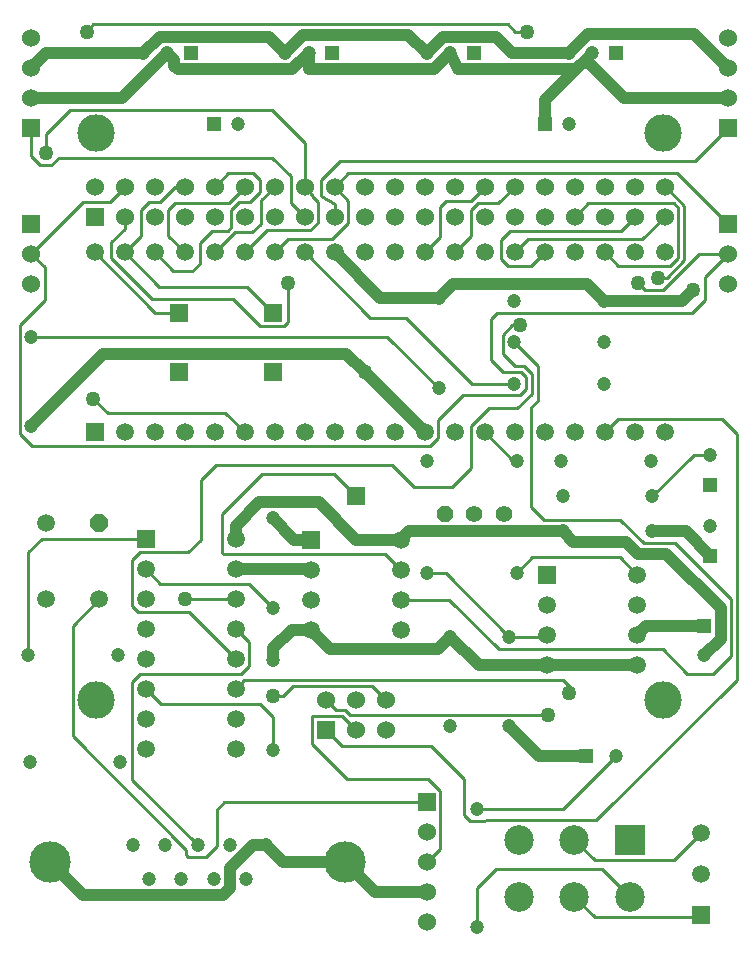
<source format=gbl>
*
%LPD*%
%LNsal.gbl*%
%FSLAX24Y24*%
%MOIN*%
%AD*%
%AMD18*
4,1,8,-0.0295,-0.0122,-0.0122,-0.0295,0.0122,-0.0295,0.0295,-0.0122,0.0295,0.0122,0.0122,0.0295,-0.0122,0.0295,-0.0295,0.0122,-0.0295,-0.0122,0*
%
%AMD21*
4,1,8,-0.0115,0.0276,-0.0276,0.0115,-0.0276,-0.0115,-0.0115,-0.0276,0.0115,-0.0276,0.0276,-0.0115,0.0276,0.0115,0.0115,0.0276,-0.0115,0.0276,0*
%
%ADD10C,0.01*%
%ADD11C,0.03937*%
%ADD12R,0.059055X0.059055*%
%ADD13C,0.047244*%
%ADD14C,0.06*%
%ADD15R,0.06X0.06*%
%ADD16R,0.047244X0.047244*%
%ADD17C,0.059055*%
%ADD18D18*%
%ADD19R,0.059055X0.059055*%
%ADD20C,0.059055*%
%ADD21D21*%
%ADD22C,0.055118*%
%ADD23C,0.137795*%
%ADD24C,0.098425*%
%ADD25R,0.098425X0.098425*%
%ADD26R,0.047244X0.047244*%
%ADD27R,0.059055X0.059055*%
%ADD28R,0.06X0.06*%
%ADD29C,0.125*%
%ADD30C,0.05*%
G54D10*
%SRX1Y1I0.0J0.0*%
G1X492Y9448D2*
G1X492Y12897D1*
G1X937Y13342D1*
G1X4405Y13342D1*
G1X4223Y12887D2*
G1X5833Y12887D1*
G1X6243Y13297D1*
G1X6243Y15297D1*
G1X6743Y15797D1*
G1X12623Y15797D1*
G1X13343Y15078D1*
G1X14633Y15078D1*
G1X15254Y15697D1*
G1X15254Y17087D1*
G1X15859Y17693D1*
G1X16796Y17693D1*
G1X17279Y18176D1*
G1X17279Y18834D1*
G1X17023Y19090D1*
G1X16723Y19090D1*
G1X16304Y19510D1*
G1X16304Y20147D1*
G1X16623Y20467D1*
G1X16893Y20467D1*
G1X16923Y18890D2*
G1X17079Y18734D1*
G1X17079Y18317D1*
G1X16879Y18117D1*
G1X14974Y18117D1*
G1X14154Y17297D1*
G1X14154Y16697D1*
G1X13883Y16428D1*
G1X623Y16428D1*
G1X204Y16847D1*
G1X204Y20467D1*
G1X1043Y21307D1*
G1X1043Y22381D1*
G1X590Y22834D1*
G1X2322Y24566D1*
G1X3204Y24566D1*
G1X3704Y25067D1*
G1X3704Y24067D2*
G1X3704Y23678D1*
G1X3254Y23228D1*
G1X3254Y22697D1*
G1X4633Y21317D1*
G1X7319Y21317D1*
G1X8216Y20420D1*
G1X9017Y20420D1*
G1X9153Y20557D1*
G1X9153Y21850D1*
G1X8661Y20866D2*
G1X7790Y21737D1*
G1X4849Y21737D1*
G1X3704Y22881D1*
G1X4254Y23431D1*
G1X4254Y24297D1*
G1X4523Y24567D1*
G1X4884Y24567D1*
G1X5383Y25067D1*
G1X5704Y25067D1*
G1X5400Y24533D2*
G1X7171Y24533D1*
G1X7704Y25067D1*
G1X7155Y25517D2*
G1X7993Y25517D1*
G1X8213Y25297D1*
G1X8213Y24897D1*
G1X7891Y24575D1*
G1X7531Y24575D1*
G1X7254Y24297D1*
G1X7254Y23717D1*
G1X7143Y23607D1*
G1X6623Y23607D1*
G1X6204Y23187D1*
G1X6204Y22497D1*
G1X5963Y22257D1*
G1X5329Y22257D1*
G1X4704Y22881D1*
G1X5704Y22881D2*
G1X5163Y23423D1*
G1X5163Y24297D1*
G1X5400Y24533D1*
G1X6704Y22881D2*
G1X7380Y23557D1*
G1X7963Y23557D1*
G1X8254Y23847D1*
G1X8254Y24616D1*
G1X8704Y25067D1*
G1X8439Y23617D2*
G1X9891Y23617D1*
G1X10154Y23880D1*
G1X10154Y24563D1*
G1X9962Y24755D1*
G1X9962Y24809D1*
G1X9704Y25067D1*
G1X9704Y26528D1*
G1X8604Y27628D1*
G1X1893Y27628D1*
G1X1082Y26817D1*
G1X1082Y26181D1*
G1X1513Y26047D2*
G1X8623Y26047D1*
G1X9254Y25417D1*
G1X9254Y24518D1*
G1X9704Y24067D1*
G1X9704Y22881D2*
G1X11899Y20687D1*
G1X13093Y20687D1*
G1X15277Y18504D1*
G1X16693Y18504D1*
G1X16319Y18890D2*
G1X16923Y18890D1*
G1X17479Y19095D2*
G1X17479Y17943D1*
G1X17254Y17717D1*
G1X17254Y14397D1*
G1X17673Y13978D1*
G1X20223Y13978D1*
G1X21013Y13187D1*
G1X22063Y13187D1*
G1X23923Y11328D1*
G1X23923Y9447D1*
G1X23323Y8847D1*
G1X22463Y8847D1*
G1X21654Y9657D1*
G1X16178Y9657D1*
G1X14525Y11311D1*
G1X12917Y11311D1*
G1X13779Y12204D2*
G1X14409Y12204D1*
G1X16535Y10078D1*
G1X17740Y10078D1*
G1X17791Y10130D1*
G1X18336Y8630D2*
G1X18624Y8343D1*
G1X18624Y8289D1*
G1X18534Y8199D1*
G1X18336Y8630D2*
G1X7693Y8630D1*
G1X7405Y8342D1*
G1X7593Y8837D2*
G1X7854Y9097D1*
G1X7854Y9894D1*
G1X7405Y10342D1*
G1X7405Y9342D2*
G1X5860Y10887D1*
G1X4163Y10887D1*
G1X3954Y11097D1*
G1X3954Y12617D1*
G1X4223Y12887D1*
G1X4405Y12342D2*
G1X4900Y11847D1*
G1X7837Y11847D1*
G1X8661Y11023D1*
G1X6993Y12847D2*
G1X12380Y12847D1*
G1X12917Y12311D1*
G1X11417Y14763D2*
G1X10673Y15507D1*
G1X8293Y15507D1*
G1X6954Y14167D1*
G1X6954Y12887D1*
G1X6993Y12847D1*
G1X7405Y11342D2*
G1X5713Y11342D1*
G1X4223Y8837D2*
G1X7593Y8837D1*
G1X8223Y7837D2*
G1X8661Y7400D1*
G1X8661Y6299D1*
G1X9963Y6487D2*
G1X9963Y7430D1*
G1X10967Y7430D1*
G1X11417Y6980D1*
G1X11220Y7478D2*
G1X17815Y7478D1*
G1X20078Y6102D2*
G1X18307Y4330D1*
G1X15452Y4330D1*
G1X15023Y4137D2*
G1X15023Y5328D1*
G1X13913Y6437D1*
G1X10960Y6437D1*
G1X10417Y6980D1*
G1X10417Y7980D2*
G1X10767Y7630D1*
G1X11067Y7630D1*
G1X11220Y7478D1*
G1X12417Y7980D2*
G1X11967Y8430D1*
G1X9306Y8430D1*
G1X8975Y8099D1*
G1X8661Y8099D1*
G1X8223Y7837D2*
G1X4910Y7837D1*
G1X4405Y8342D1*
G1X4223Y8837D2*
G1X3954Y8567D1*
G1X3954Y5306D1*
G1X6141Y3118D1*
G1X5754Y2978D2*
G1X5754Y2809D1*
G1X5831Y2731D1*
G1X6423Y2731D1*
G1X6773Y3081D1*
G1X6773Y4297D1*
G1X7035Y4559D1*
G1X13779Y4559D1*
G1X13823Y5347D2*
G1X14233Y4937D1*
G1X14233Y3013D1*
G1X13779Y2559D1*
G1X15452Y1697D2*
G1X16093Y2337D1*
G1X19625Y2337D1*
G1X20551Y1411D1*
G1X19384Y728D2*
G1X22873Y728D1*
G1X22933Y787D1*
G1X22017Y2628D2*
G1X22933Y3543D1*
G1X22017Y2628D2*
G1X19386Y2628D1*
G1X18700Y3313D1*
G1X19433Y3957D2*
G1X24123Y8647D1*
G1X24123Y16828D1*
G1X23623Y17328D1*
G1X20150Y17328D1*
G1X19704Y16881D1*
G1X21299Y14763D2*
G1X22677Y16141D1*
G1X23228Y16141D1*
G1X20791Y12130D2*
G1X20204Y12717D1*
G1X17284Y12717D1*
G1X16771Y12204D1*
G1X16771Y15944D2*
G1X16641Y15944D1*
G1X15704Y16881D1*
G1X17479Y19095D2*
G1X16693Y19881D1*
G1X16112Y20866D2*
G1X22622Y20866D1*
G1X23054Y21297D1*
G1X23054Y22069D1*
G1X23819Y22834D1*
G1X22869Y22834D1*
G1X21662Y21628D1*
G1X21063Y21628D1*
G1X20833Y21857D1*
G1X21473Y22028D2*
G1X21776Y22028D1*
G1X22363Y22615D1*
G1X22363Y24440D1*
G1X21873Y24930D1*
G1X21704Y24930D1*
G1X21704Y25067D1*
G1X21704Y24067D2*
G1X20965Y23328D1*
G1X17150Y23328D1*
G1X16704Y22881D1*
G1X16254Y22657D2*
G1X16254Y23297D1*
G1X16563Y23607D1*
G1X20245Y23607D1*
G1X20704Y24067D1*
G1X22163Y22697D2*
G1X22163Y24357D1*
G1X22004Y24517D1*
G1X19154Y24517D1*
G1X18704Y24067D1*
G1X19704Y22881D2*
G1X20150Y22436D1*
G1X21902Y22436D1*
G1X22163Y22697D1*
G1X23819Y23834D2*
G1X22136Y25517D1*
G1X11154Y25517D1*
G1X10704Y25067D1*
G1X11163Y24608D1*
G1X11163Y23867D1*
G1X10624Y23328D1*
G1X9150Y23328D1*
G1X8704Y22881D1*
G1X8439Y23617D2*
G1X7704Y22881D1*
G1X5511Y20866D2*
G1X4720Y20866D1*
G1X2704Y22881D1*
G1X590Y20078D2*
G1X11122Y20078D1*
G1X12154Y20078D1*
G1X12154Y20078D1*
G1X12461Y20078D1*
G1X14173Y18366D1*
G1X15911Y19297D2*
G1X15911Y20665D1*
G1X16112Y20866D1*
G1X15911Y19297D2*
G1X16319Y18890D1*
G1X17259Y22436D2*
G1X17704Y22881D1*
G1X17259Y22436D2*
G1X16474Y22436D1*
G1X16254Y22657D1*
G1X16155Y24517D2*
G1X16704Y25067D1*
G1X15704Y25067D2*
G1X15245Y24607D1*
G1X14423Y24607D1*
G1X14204Y24387D1*
G1X14204Y23381D1*
G1X13704Y22881D1*
G1X14704Y22881D2*
G1X15254Y23431D1*
G1X15254Y24297D1*
G1X15473Y24517D1*
G1X16155Y24517D1*
G1X10893Y25937D2*
G1X22713Y25937D1*
G1X23819Y27043D1*
G1X17126Y30247D2*
G1X16723Y30247D1*
G1X16483Y30487D1*
G1X2657Y30487D1*
G1X2460Y30216D1*
G1X590Y27043D2*
G1X590Y26082D1*
G1X890Y25782D1*
G1X1248Y25782D1*
G1X1513Y26047D1*
G1X6704Y25067D2*
G1X7155Y25517D1*
G1X10254Y25297D2*
G1X10893Y25937D1*
G1X10704Y24497D2*
G1X10254Y24778D1*
G1X10254Y25297D1*
G1X10704Y24497D2*
G1X10704Y24067D1*
G1X7059Y17528D2*
G1X7704Y16881D1*
G1X7059Y17528D2*
G1X3141Y17528D1*
G1X2657Y18011D1*
G1X2854Y11319D2*
G1X1973Y10438D1*
G1X1973Y6757D1*
G1X5754Y2978D1*
G1X9963Y6487D2*
G1X11104Y5347D1*
G1X13823Y5347D1*
G1X15023Y4137D2*
G1X15223Y3937D1*
G1X16204Y3957D1*
G1X19433Y3957D1*
G1X18700Y1411D2*
G1X19384Y728D1*
G1X15452Y1697D2*
G1X15452Y393D1*
G1X1220Y2559D2*
G54D11*
G1X2313Y1467D1*
G1X6983Y1467D1*
G1X7214Y1697D1*
G1X7214Y2349D1*
G1X7982Y3118D1*
G1X8417Y3118D1*
G1X8976Y2559D1*
G1X11063Y2559D1*
G1X12063Y1559D1*
G1X13779Y1559D1*
G1X19094Y6102D2*
G1X17519Y6102D1*
G1X16535Y7086D1*
G1X17791Y9130D2*
G1X20791Y9130D1*
G1X23031Y9448D2*
G1X23573Y9991D1*
G1X23573Y11017D1*
G1X21754Y12837D1*
G1X20813Y12837D1*
G1X20423Y13228D1*
G1X18662Y13228D1*
G1X18307Y13582D1*
G1X13189Y13582D1*
G1X12917Y13311D1*
G1X11430Y13311D1*
G1X10183Y14557D1*
G1X8193Y14557D1*
G1X7405Y13769D1*
G1X7405Y13342D1*
G1X7405Y12342D2*
G1X9885Y12342D1*
G1X9917Y12311D1*
G1X9917Y13311D2*
G1X9366Y13311D1*
G1X8661Y14015D1*
G1X8661Y9697D2*
G1X9274Y10311D1*
G1X9917Y10311D1*
G1X10550Y9678D1*
G1X14166Y9678D1*
G1X14567Y10078D1*
G1X15515Y9130D1*
G1X17791Y9130D1*
G1X20791Y10130D2*
G1X21094Y10433D1*
G1X23031Y10433D1*
G1X23228Y12779D2*
G1X22425Y13582D1*
G1X21299Y13582D1*
G1X22282Y21259D2*
G1X22654Y21631D1*
G1X22282Y21259D2*
G1X19685Y21259D1*
G1X19107Y21837D1*
G1X14652Y21837D1*
G1X14173Y21358D1*
G1X12228Y21358D1*
G1X10704Y22881D1*
G1X11089Y19497D2*
G1X11704Y18881D1*
G1X13704Y16881D1*
G1X11704Y18881D1*
G1X11089Y19497D2*
G1X3001Y19497D1*
G1X590Y17086D1*
G1X8661Y9697D2*
G1X8661Y9291D1*
G1X17716Y27165D2*
G1X17716Y27952D1*
G1X18751Y28987D1*
G1X19076Y29312D1*
G1X19291Y29527D1*
G1X19076Y29312D1*
G1X20345Y28043D1*
G1X23819Y28043D1*
G1X23819Y29043D2*
G1X22694Y30167D1*
G1X19144Y30167D1*
G1X18504Y29527D1*
G1X16633Y29527D1*
G1X16093Y30067D1*
G1X14319Y30067D1*
G1X13779Y29527D1*
G1X13169Y30137D1*
G1X9665Y30137D1*
G1X9055Y29527D1*
G1X8515Y30067D1*
G1X4870Y30067D1*
G1X4330Y29527D1*
G1X1074Y29527D1*
G1X590Y29043D1*
G1X590Y28043D2*
G1X3633Y28043D1*
G1X5118Y29527D1*
G1X5363Y29282D1*
G1X5363Y29097D1*
G1X5473Y28987D1*
G1X9302Y28987D1*
G1X9842Y29527D1*
G1X9842Y29009D1*
G1X9865Y28987D1*
G1X14027Y28987D1*
G1X14567Y29527D1*
G1X14823Y28987D1*
G1X18751Y28987D1*
G54D12*
G1X9917Y13311D3*
G1X11417Y14763D3*
G1X8661Y18897D3*
G1X8661Y20866D3*
G1X5511Y20866D3*
G1X5511Y18897D3*
G54D13*
G1X551Y5905D3*
G1X3543Y5905D3*
G1X3484Y9448D3*
G1X492Y9448D3*
G1X3984Y3118D3*
G1X5063Y3118D3*
G1X4523Y2000D3*
G1X5602Y2000D3*
G1X6141Y3118D3*
G1X7220Y3118D3*
G1X7759Y2000D3*
G1X6681Y2000D3*
G1X8417Y3118D3*
G1X8661Y6299D3*
G1X8661Y9291D3*
G1X8661Y11023D3*
G1X8661Y14015D3*
G1X13779Y12204D3*
G1X14567Y10078D3*
G1X16535Y10078D3*
G1X14567Y7086D3*
G1X16535Y7086D3*
G1X15452Y4330D3*
G1X15452Y393D3*
G1X20078Y6102D3*
G1X23031Y9448D3*
G1X23228Y13779D3*
G1X23228Y16141D3*
G1X21259Y15944D3*
G1X21299Y14763D3*
G1X21299Y13582D3*
G1X18267Y15944D3*
G1X18307Y14763D3*
G1X18307Y13582D3*
G1X16771Y15944D3*
G1X16693Y18504D3*
G1X16693Y19881D3*
G1X16693Y21259D3*
G1X14173Y21358D3*
G1X14173Y18366D3*
G1X13779Y15944D3*
G1X16771Y12204D3*
G1X19685Y18504D3*
G1X19685Y19881D3*
G1X19685Y21259D3*
G1X18504Y27165D3*
G1X18504Y29527D3*
G1X19291Y29527D3*
G1X14567Y29527D3*
G1X13779Y29527D3*
G1X9842Y29527D3*
G1X9055Y29527D3*
G1X7480Y27165D3*
G1X5118Y29527D3*
G1X4330Y29527D3*
G1X590Y20078D3*
G1X590Y17086D3*
G54D14*
G1X10417Y7980D3*
G1X11417Y7980D3*
G1X11417Y6980D3*
G1X12417Y6980D3*
G1X12417Y7980D3*
G1X13779Y3559D3*
G1X13779Y2559D3*
G1X13779Y1559D3*
G1X13779Y559D3*
G1X23819Y21834D3*
G1X23819Y22834D3*
G1X21704Y25067D3*
G1X20704Y25067D3*
G1X20704Y24067D3*
G1X21704Y24067D3*
G1X19704Y25067D3*
G1X19704Y24067D3*
G1X18704Y25067D3*
G1X18704Y24067D3*
G1X17704Y25067D3*
G1X17704Y24067D3*
G1X16704Y25067D3*
G1X15704Y25067D3*
G1X15704Y24067D3*
G1X16704Y24067D3*
G1X14704Y25067D3*
G1X14704Y24067D3*
G1X13704Y25067D3*
G1X13704Y24067D3*
G1X12704Y25067D3*
G1X12704Y24067D3*
G1X11704Y25067D3*
G1X10704Y25067D3*
G1X10704Y24067D3*
G1X11704Y24067D3*
G1X9704Y25067D3*
G1X9704Y24067D3*
G1X8704Y25067D3*
G1X8704Y24067D3*
G1X7704Y25067D3*
G1X6704Y25067D3*
G1X6704Y24067D3*
G1X7704Y24067D3*
G1X5704Y25067D3*
G1X5704Y24067D3*
G1X4704Y25067D3*
G1X4704Y24067D3*
G1X3704Y25067D3*
G1X3704Y24067D3*
G1X2704Y25067D3*
G1X590Y22834D3*
G1X590Y21834D3*
G1X590Y28043D3*
G1X590Y29043D3*
G1X590Y30043D3*
G1X23819Y28043D3*
G1X23819Y29043D3*
G1X23819Y30043D3*
G54D15*
G1X13779Y4559D3*
G1X23819Y23834D3*
G1X23819Y27043D3*
G1X590Y27043D3*
G1X590Y23834D3*
G54D16*
G1X19094Y6102D3*
G1X17716Y27165D3*
G1X20078Y29527D3*
G1X15354Y29527D3*
G1X10630Y29527D3*
G1X6693Y27165D3*
G1X5905Y29527D3*
G54D17*
G1X2854Y11319D3*
G1X1082Y11319D3*
G1X1082Y13878D3*
G1X3704Y16881D3*
G1X4704Y16881D3*
G1X5704Y16881D3*
G1X6704Y16881D3*
G1X7704Y16881D3*
G1X8704Y16881D3*
G1X9704Y16881D3*
G1X10704Y16881D3*
G1X11704Y16881D3*
G1X12704Y16881D3*
G1X13704Y16881D3*
G1X14704Y16881D3*
G1X15704Y16881D3*
G1X16704Y16881D3*
G1X17704Y16881D3*
G1X18704Y16881D3*
G1X19704Y16881D3*
G1X20704Y16881D3*
G1X21704Y16881D3*
G1X21704Y22881D3*
G1X20704Y22881D3*
G1X19704Y22881D3*
G1X18704Y22881D3*
G1X17704Y22881D3*
G1X16704Y22881D3*
G1X15704Y22881D3*
G1X14704Y22881D3*
G1X13704Y22881D3*
G1X12704Y22881D3*
G1X11704Y22881D3*
G1X10704Y22881D3*
G1X9704Y22881D3*
G1X8704Y22881D3*
G1X7704Y22881D3*
G1X6704Y22881D3*
G1X5704Y22881D3*
G1X4704Y22881D3*
G1X3704Y22881D3*
G1X2704Y22881D3*
G1X9917Y12311D3*
G1X9917Y11311D3*
G1X9917Y10311D3*
G1X12917Y10311D3*
G1X12917Y11311D3*
G1X12917Y12311D3*
G1X12917Y13311D3*
G1X22933Y3543D3*
G1X22933Y2165D3*
G54D18*
G1X2854Y13878D3*
G54D19*
G1X4405Y13342D3*
G1X17791Y12130D3*
G54D20*
G1X4405Y6342D3*
G1X4405Y7342D3*
G1X4405Y8342D3*
G1X4405Y9342D3*
G1X4405Y10342D3*
G1X4405Y11342D3*
G1X4405Y12342D3*
G1X7405Y10342D3*
G1X7405Y9342D3*
G1X7405Y8342D3*
G1X7405Y7342D3*
G1X7405Y6342D3*
G1X7405Y11342D3*
G1X7405Y12342D3*
G1X7405Y13342D3*
G1X17791Y9130D3*
G1X17791Y10130D3*
G1X17791Y11130D3*
G1X20791Y9130D3*
G1X20791Y10130D3*
G1X20791Y11130D3*
G1X20791Y12130D3*
G54D21*
G1X14370Y14173D3*
G54D22*
G1X15354Y14173D3*
G1X16338Y14173D3*
G54D23*
G1X1220Y2559D3*
G1X11063Y2559D3*
G54D24*
G1X16850Y1411D3*
G1X18700Y1411D3*
G1X20551Y1411D3*
G1X18700Y3313D3*
G1X16850Y3313D3*
G54D25*
G1X20551Y3313D3*
G54D26*
G1X23031Y10433D3*
G1X23228Y12779D3*
G1X23228Y15141D3*
G54D27*
G1X2704Y16881D3*
G1X22933Y787D3*
G54D28*
G1X10417Y6980D3*
G1X2704Y24067D3*
G54D29*
G1X2756Y7952D3*
G1X21653Y7952D3*
G1X21653Y26850D3*
G1X2756Y26850D3*
G54D30*
G1X5713Y11342D3*
G1X8661Y8099D3*
G1X17815Y7478D3*
G1X18534Y8199D3*
G1X11704Y18881D3*
G1X9153Y21850D3*
G1X2657Y18011D3*
G1X1082Y26181D3*
G1X2460Y30216D3*
G1X16893Y20467D3*
G1X20833Y21857D3*
G1X21473Y22028D3*
G1X22654Y21631D3*
G1X17126Y30247D3*
M2*

</source>
